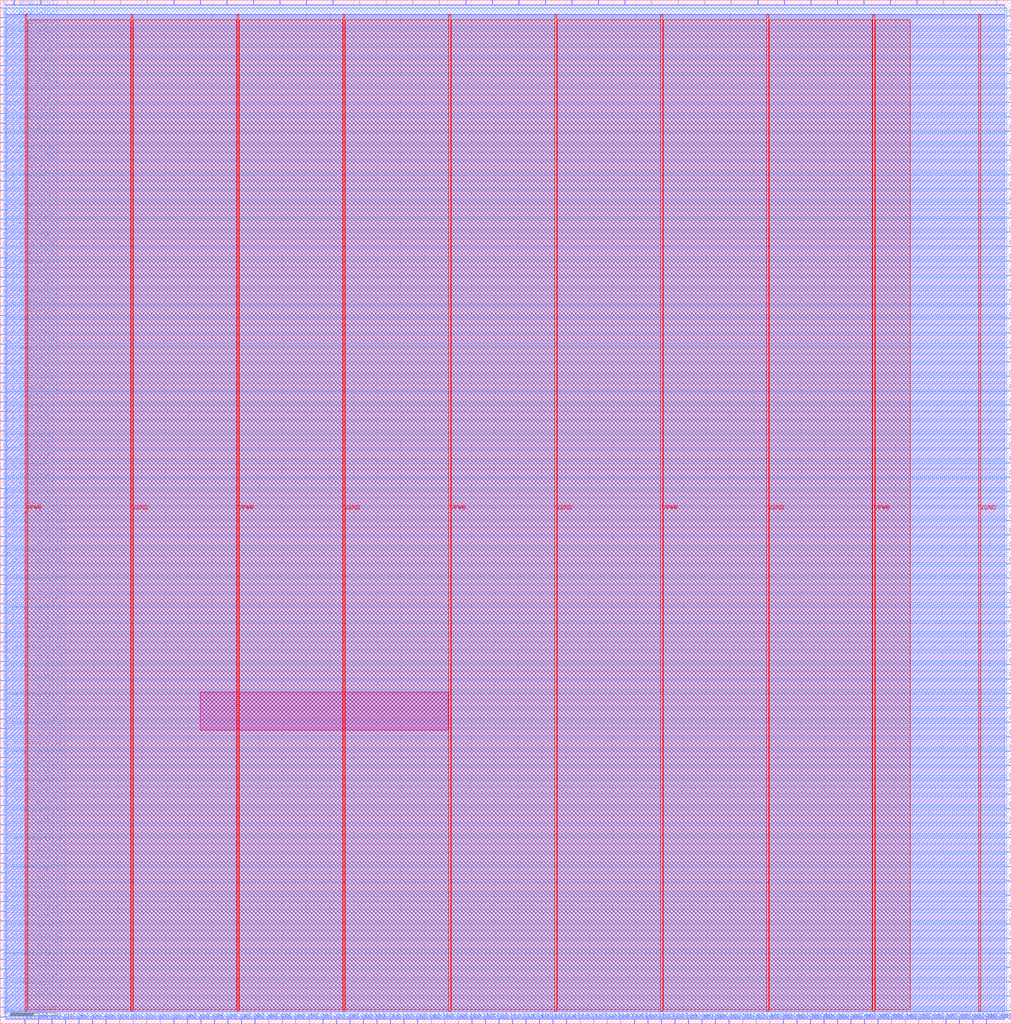
<source format=lef>
VERSION 5.7 ;
  NOWIREEXTENSIONATPIN ON ;
  DIVIDERCHAR "/" ;
  BUSBITCHARS "[]" ;
MACRO peripheral_unit
  CLASS BLOCK ;
  FOREIGN peripheral_unit ;
  ORIGIN 0.000 0.000 ;
  SIZE 858.455 BY 869.175 ;
  PIN VGND
    USE GROUND ;
    PORT
      LAYER met4 ;
        RECT 831.040 10.640 832.640 857.040 ;
    END
    PORT
      LAYER met4 ;
        RECT 651.040 10.640 652.640 857.040 ;
    END
    PORT
      LAYER met4 ;
        RECT 471.040 10.640 472.640 857.040 ;
    END
    PORT
      LAYER met4 ;
        RECT 291.040 10.640 292.640 857.040 ;
    END
    PORT
      LAYER met4 ;
        RECT 111.040 10.640 112.640 857.040 ;
    END
  END VGND
  PIN VPWR
    USE POWER ;
    PORT
      LAYER met4 ;
        RECT 741.040 10.640 742.640 857.040 ;
    END
    PORT
      LAYER met4 ;
        RECT 561.040 10.640 562.640 857.040 ;
    END
    PORT
      LAYER met4 ;
        RECT 381.040 10.640 382.640 857.040 ;
    END
    PORT
      LAYER met4 ;
        RECT 201.040 10.640 202.640 857.040 ;
    END
    PORT
      LAYER met4 ;
        RECT 21.040 10.640 22.640 857.040 ;
    END
  END VPWR
  PIN clk
    PORT
      LAYER met2 ;
        RECT 12.050 865.175 12.330 869.175 ;
    END
  END clk
  PIN io_in[0]
    PORT
      LAYER met2 ;
        RECT 20.790 0.000 21.070 4.000 ;
    END
  END io_in[0]
  PIN io_in[10]
    PORT
      LAYER met2 ;
        RECT 135.790 0.000 136.070 4.000 ;
    END
  END io_in[10]
  PIN io_in[11]
    PORT
      LAYER met2 ;
        RECT 147.290 0.000 147.570 4.000 ;
    END
  END io_in[11]
  PIN io_in[12]
    PORT
      LAYER met2 ;
        RECT 158.790 0.000 159.070 4.000 ;
    END
  END io_in[12]
  PIN io_in[13]
    PORT
      LAYER met2 ;
        RECT 170.290 0.000 170.570 4.000 ;
    END
  END io_in[13]
  PIN io_in[14]
    PORT
      LAYER met2 ;
        RECT 181.790 0.000 182.070 4.000 ;
    END
  END io_in[14]
  PIN io_in[15]
    PORT
      LAYER met2 ;
        RECT 193.290 0.000 193.570 4.000 ;
    END
  END io_in[15]
  PIN io_in[16]
    PORT
      LAYER met2 ;
        RECT 204.790 0.000 205.070 4.000 ;
    END
  END io_in[16]
  PIN io_in[17]
    PORT
      LAYER met2 ;
        RECT 216.290 0.000 216.570 4.000 ;
    END
  END io_in[17]
  PIN io_in[18]
    PORT
      LAYER met2 ;
        RECT 227.790 0.000 228.070 4.000 ;
    END
  END io_in[18]
  PIN io_in[19]
    PORT
      LAYER met2 ;
        RECT 239.290 0.000 239.570 4.000 ;
    END
  END io_in[19]
  PIN io_in[1]
    PORT
      LAYER met2 ;
        RECT 32.290 0.000 32.570 4.000 ;
    END
  END io_in[1]
  PIN io_in[20]
    PORT
      LAYER met2 ;
        RECT 250.790 0.000 251.070 4.000 ;
    END
  END io_in[20]
  PIN io_in[21]
    PORT
      LAYER met2 ;
        RECT 262.290 0.000 262.570 4.000 ;
    END
  END io_in[21]
  PIN io_in[22]
    PORT
      LAYER met2 ;
        RECT 273.790 0.000 274.070 4.000 ;
    END
  END io_in[22]
  PIN io_in[23]
    PORT
      LAYER met2 ;
        RECT 285.290 0.000 285.570 4.000 ;
    END
  END io_in[23]
  PIN io_in[2]
    PORT
      LAYER met2 ;
        RECT 43.790 0.000 44.070 4.000 ;
    END
  END io_in[2]
  PIN io_in[3]
    PORT
      LAYER met2 ;
        RECT 55.290 0.000 55.570 4.000 ;
    END
  END io_in[3]
  PIN io_in[4]
    PORT
      LAYER met2 ;
        RECT 66.790 0.000 67.070 4.000 ;
    END
  END io_in[4]
  PIN io_in[5]
    PORT
      LAYER met2 ;
        RECT 78.290 0.000 78.570 4.000 ;
    END
  END io_in[5]
  PIN io_in[6]
    PORT
      LAYER met2 ;
        RECT 89.790 0.000 90.070 4.000 ;
    END
  END io_in[6]
  PIN io_in[7]
    PORT
      LAYER met2 ;
        RECT 101.290 0.000 101.570 4.000 ;
    END
  END io_in[7]
  PIN io_in[8]
    PORT
      LAYER met2 ;
        RECT 112.790 0.000 113.070 4.000 ;
    END
  END io_in[8]
  PIN io_in[9]
    PORT
      LAYER met2 ;
        RECT 124.290 0.000 124.570 4.000 ;
    END
  END io_in[9]
  PIN io_oeb_no[0]
    PORT
      LAYER met2 ;
        RECT 572.790 0.000 573.070 4.000 ;
    END
  END io_oeb_no[0]
  PIN io_oeb_no[10]
    PORT
      LAYER met2 ;
        RECT 687.790 0.000 688.070 4.000 ;
    END
  END io_oeb_no[10]
  PIN io_oeb_no[11]
    PORT
      LAYER met2 ;
        RECT 699.290 0.000 699.570 4.000 ;
    END
  END io_oeb_no[11]
  PIN io_oeb_no[12]
    PORT
      LAYER met2 ;
        RECT 710.790 0.000 711.070 4.000 ;
    END
  END io_oeb_no[12]
  PIN io_oeb_no[13]
    PORT
      LAYER met2 ;
        RECT 722.290 0.000 722.570 4.000 ;
    END
  END io_oeb_no[13]
  PIN io_oeb_no[14]
    PORT
      LAYER met2 ;
        RECT 733.790 0.000 734.070 4.000 ;
    END
  END io_oeb_no[14]
  PIN io_oeb_no[15]
    PORT
      LAYER met2 ;
        RECT 745.290 0.000 745.570 4.000 ;
    END
  END io_oeb_no[15]
  PIN io_oeb_no[16]
    PORT
      LAYER met2 ;
        RECT 756.790 0.000 757.070 4.000 ;
    END
  END io_oeb_no[16]
  PIN io_oeb_no[17]
    PORT
      LAYER met2 ;
        RECT 768.290 0.000 768.570 4.000 ;
    END
  END io_oeb_no[17]
  PIN io_oeb_no[18]
    PORT
      LAYER met2 ;
        RECT 779.790 0.000 780.070 4.000 ;
    END
  END io_oeb_no[18]
  PIN io_oeb_no[19]
    PORT
      LAYER met2 ;
        RECT 791.290 0.000 791.570 4.000 ;
    END
  END io_oeb_no[19]
  PIN io_oeb_no[1]
    PORT
      LAYER met2 ;
        RECT 584.290 0.000 584.570 4.000 ;
    END
  END io_oeb_no[1]
  PIN io_oeb_no[20]
    PORT
      LAYER met2 ;
        RECT 802.790 0.000 803.070 4.000 ;
    END
  END io_oeb_no[20]
  PIN io_oeb_no[21]
    PORT
      LAYER met2 ;
        RECT 814.290 0.000 814.570 4.000 ;
    END
  END io_oeb_no[21]
  PIN io_oeb_no[22]
    PORT
      LAYER met2 ;
        RECT 825.790 0.000 826.070 4.000 ;
    END
  END io_oeb_no[22]
  PIN io_oeb_no[23]
    PORT
      LAYER met2 ;
        RECT 837.290 0.000 837.570 4.000 ;
    END
  END io_oeb_no[23]
  PIN io_oeb_no[2]
    PORT
      LAYER met2 ;
        RECT 595.790 0.000 596.070 4.000 ;
    END
  END io_oeb_no[2]
  PIN io_oeb_no[3]
    PORT
      LAYER met2 ;
        RECT 607.290 0.000 607.570 4.000 ;
    END
  END io_oeb_no[3]
  PIN io_oeb_no[4]
    PORT
      LAYER met2 ;
        RECT 618.790 0.000 619.070 4.000 ;
    END
  END io_oeb_no[4]
  PIN io_oeb_no[5]
    PORT
      LAYER met2 ;
        RECT 630.290 0.000 630.570 4.000 ;
    END
  END io_oeb_no[5]
  PIN io_oeb_no[6]
    PORT
      LAYER met2 ;
        RECT 641.790 0.000 642.070 4.000 ;
    END
  END io_oeb_no[6]
  PIN io_oeb_no[7]
    PORT
      LAYER met2 ;
        RECT 653.290 0.000 653.570 4.000 ;
    END
  END io_oeb_no[7]
  PIN io_oeb_no[8]
    PORT
      LAYER met2 ;
        RECT 664.790 0.000 665.070 4.000 ;
    END
  END io_oeb_no[8]
  PIN io_oeb_no[9]
    PORT
      LAYER met2 ;
        RECT 676.290 0.000 676.570 4.000 ;
    END
  END io_oeb_no[9]
  PIN io_out[0]
    PORT
      LAYER met2 ;
        RECT 296.790 0.000 297.070 4.000 ;
    END
  END io_out[0]
  PIN io_out[10]
    PORT
      LAYER met2 ;
        RECT 411.790 0.000 412.070 4.000 ;
    END
  END io_out[10]
  PIN io_out[11]
    PORT
      LAYER met2 ;
        RECT 423.290 0.000 423.570 4.000 ;
    END
  END io_out[11]
  PIN io_out[12]
    PORT
      LAYER met2 ;
        RECT 434.790 0.000 435.070 4.000 ;
    END
  END io_out[12]
  PIN io_out[13]
    PORT
      LAYER met2 ;
        RECT 446.290 0.000 446.570 4.000 ;
    END
  END io_out[13]
  PIN io_out[14]
    PORT
      LAYER met2 ;
        RECT 457.790 0.000 458.070 4.000 ;
    END
  END io_out[14]
  PIN io_out[15]
    PORT
      LAYER met2 ;
        RECT 469.290 0.000 469.570 4.000 ;
    END
  END io_out[15]
  PIN io_out[16]
    PORT
      LAYER met2 ;
        RECT 480.790 0.000 481.070 4.000 ;
    END
  END io_out[16]
  PIN io_out[17]
    PORT
      LAYER met2 ;
        RECT 492.290 0.000 492.570 4.000 ;
    END
  END io_out[17]
  PIN io_out[18]
    PORT
      LAYER met2 ;
        RECT 503.790 0.000 504.070 4.000 ;
    END
  END io_out[18]
  PIN io_out[19]
    PORT
      LAYER met2 ;
        RECT 515.290 0.000 515.570 4.000 ;
    END
  END io_out[19]
  PIN io_out[1]
    PORT
      LAYER met2 ;
        RECT 308.290 0.000 308.570 4.000 ;
    END
  END io_out[1]
  PIN io_out[20]
    PORT
      LAYER met2 ;
        RECT 526.790 0.000 527.070 4.000 ;
    END
  END io_out[20]
  PIN io_out[21]
    PORT
      LAYER met2 ;
        RECT 538.290 0.000 538.570 4.000 ;
    END
  END io_out[21]
  PIN io_out[22]
    PORT
      LAYER met2 ;
        RECT 549.790 0.000 550.070 4.000 ;
    END
  END io_out[22]
  PIN io_out[23]
    PORT
      LAYER met2 ;
        RECT 561.290 0.000 561.570 4.000 ;
    END
  END io_out[23]
  PIN io_out[2]
    PORT
      LAYER met2 ;
        RECT 319.790 0.000 320.070 4.000 ;
    END
  END io_out[2]
  PIN io_out[3]
    PORT
      LAYER met2 ;
        RECT 331.290 0.000 331.570 4.000 ;
    END
  END io_out[3]
  PIN io_out[4]
    PORT
      LAYER met2 ;
        RECT 342.790 0.000 343.070 4.000 ;
    END
  END io_out[4]
  PIN io_out[5]
    PORT
      LAYER met2 ;
        RECT 354.290 0.000 354.570 4.000 ;
    END
  END io_out[5]
  PIN io_out[6]
    PORT
      LAYER met2 ;
        RECT 365.790 0.000 366.070 4.000 ;
    END
  END io_out[6]
  PIN io_out[7]
    PORT
      LAYER met2 ;
        RECT 377.290 0.000 377.570 4.000 ;
    END
  END io_out[7]
  PIN io_out[8]
    PORT
      LAYER met2 ;
        RECT 388.790 0.000 389.070 4.000 ;
    END
  END io_out[8]
  PIN io_out[9]
    PORT
      LAYER met2 ;
        RECT 400.290 0.000 400.570 4.000 ;
    END
  END io_out[9]
  PIN me_i_en
    PORT
      LAYER met3 ;
        RECT 0.000 13.640 4.000 14.240 ;
    END
  END me_i_en
  PIN mem_access_err
    PORT
      LAYER met2 ;
        RECT 57.130 865.175 57.410 869.175 ;
    END
  END mem_access_err
  PIN mem_err_int
    PORT
      LAYER met3 ;
        RECT 0.000 5.480 4.000 6.080 ;
    END
  END mem_err_int
  PIN p_i_enable[0]
    PORT
      LAYER met3 ;
        RECT 0.000 446.120 4.000 446.720 ;
    END
  END p_i_enable[0]
  PIN p_i_enable[10]
    PORT
      LAYER met3 ;
        RECT 0.000 527.720 4.000 528.320 ;
    END
  END p_i_enable[10]
  PIN p_i_enable[11]
    PORT
      LAYER met3 ;
        RECT 0.000 535.880 4.000 536.480 ;
    END
  END p_i_enable[11]
  PIN p_i_enable[12]
    PORT
      LAYER met3 ;
        RECT 0.000 544.040 4.000 544.640 ;
    END
  END p_i_enable[12]
  PIN p_i_enable[13]
    PORT
      LAYER met3 ;
        RECT 0.000 552.200 4.000 552.800 ;
    END
  END p_i_enable[13]
  PIN p_i_enable[14]
    PORT
      LAYER met3 ;
        RECT 0.000 560.360 4.000 560.960 ;
    END
  END p_i_enable[14]
  PIN p_i_enable[15]
    PORT
      LAYER met3 ;
        RECT 0.000 568.520 4.000 569.120 ;
    END
  END p_i_enable[15]
  PIN p_i_enable[16]
    PORT
      LAYER met3 ;
        RECT 0.000 576.680 4.000 577.280 ;
    END
  END p_i_enable[16]
  PIN p_i_enable[17]
    PORT
      LAYER met3 ;
        RECT 0.000 584.840 4.000 585.440 ;
    END
  END p_i_enable[17]
  PIN p_i_enable[18]
    PORT
      LAYER met3 ;
        RECT 0.000 593.000 4.000 593.600 ;
    END
  END p_i_enable[18]
  PIN p_i_enable[19]
    PORT
      LAYER met3 ;
        RECT 0.000 601.160 4.000 601.760 ;
    END
  END p_i_enable[19]
  PIN p_i_enable[1]
    PORT
      LAYER met3 ;
        RECT 0.000 454.280 4.000 454.880 ;
    END
  END p_i_enable[1]
  PIN p_i_enable[20]
    PORT
      LAYER met3 ;
        RECT 0.000 609.320 4.000 609.920 ;
    END
  END p_i_enable[20]
  PIN p_i_enable[21]
    PORT
      LAYER met3 ;
        RECT 0.000 617.480 4.000 618.080 ;
    END
  END p_i_enable[21]
  PIN p_i_enable[22]
    PORT
      LAYER met3 ;
        RECT 0.000 625.640 4.000 626.240 ;
    END
  END p_i_enable[22]
  PIN p_i_enable[23]
    PORT
      LAYER met3 ;
        RECT 0.000 633.800 4.000 634.400 ;
    END
  END p_i_enable[23]
  PIN p_i_enable[24]
    PORT
      LAYER met3 ;
        RECT 0.000 641.960 4.000 642.560 ;
    END
  END p_i_enable[24]
  PIN p_i_enable[25]
    PORT
      LAYER met3 ;
        RECT 0.000 650.120 4.000 650.720 ;
    END
  END p_i_enable[25]
  PIN p_i_enable[26]
    PORT
      LAYER met3 ;
        RECT 0.000 658.280 4.000 658.880 ;
    END
  END p_i_enable[26]
  PIN p_i_enable[27]
    PORT
      LAYER met3 ;
        RECT 0.000 666.440 4.000 667.040 ;
    END
  END p_i_enable[27]
  PIN p_i_enable[28]
    PORT
      LAYER met3 ;
        RECT 0.000 674.600 4.000 675.200 ;
    END
  END p_i_enable[28]
  PIN p_i_enable[29]
    PORT
      LAYER met3 ;
        RECT 0.000 682.760 4.000 683.360 ;
    END
  END p_i_enable[29]
  PIN p_i_enable[2]
    PORT
      LAYER met3 ;
        RECT 0.000 462.440 4.000 463.040 ;
    END
  END p_i_enable[2]
  PIN p_i_enable[30]
    PORT
      LAYER met3 ;
        RECT 0.000 690.920 4.000 691.520 ;
    END
  END p_i_enable[30]
  PIN p_i_enable[31]
    PORT
      LAYER met3 ;
        RECT 0.000 699.080 4.000 699.680 ;
    END
  END p_i_enable[31]
  PIN p_i_enable[32]
    PORT
      LAYER met3 ;
        RECT 0.000 707.240 4.000 707.840 ;
    END
  END p_i_enable[32]
  PIN p_i_enable[33]
    PORT
      LAYER met3 ;
        RECT 0.000 715.400 4.000 716.000 ;
    END
  END p_i_enable[33]
  PIN p_i_enable[34]
    PORT
      LAYER met3 ;
        RECT 0.000 723.560 4.000 724.160 ;
    END
  END p_i_enable[34]
  PIN p_i_enable[35]
    PORT
      LAYER met3 ;
        RECT 0.000 731.720 4.000 732.320 ;
    END
  END p_i_enable[35]
  PIN p_i_enable[36]
    PORT
      LAYER met3 ;
        RECT 0.000 739.880 4.000 740.480 ;
    END
  END p_i_enable[36]
  PIN p_i_enable[37]
    PORT
      LAYER met3 ;
        RECT 0.000 748.040 4.000 748.640 ;
    END
  END p_i_enable[37]
  PIN p_i_enable[38]
    PORT
      LAYER met3 ;
        RECT 0.000 756.200 4.000 756.800 ;
    END
  END p_i_enable[38]
  PIN p_i_enable[39]
    PORT
      LAYER met3 ;
        RECT 0.000 764.360 4.000 764.960 ;
    END
  END p_i_enable[39]
  PIN p_i_enable[3]
    PORT
      LAYER met3 ;
        RECT 0.000 470.600 4.000 471.200 ;
    END
  END p_i_enable[3]
  PIN p_i_enable[40]
    PORT
      LAYER met3 ;
        RECT 0.000 772.520 4.000 773.120 ;
    END
  END p_i_enable[40]
  PIN p_i_enable[41]
    PORT
      LAYER met3 ;
        RECT 0.000 780.680 4.000 781.280 ;
    END
  END p_i_enable[41]
  PIN p_i_enable[42]
    PORT
      LAYER met3 ;
        RECT 0.000 788.840 4.000 789.440 ;
    END
  END p_i_enable[42]
  PIN p_i_enable[43]
    PORT
      LAYER met3 ;
        RECT 0.000 797.000 4.000 797.600 ;
    END
  END p_i_enable[43]
  PIN p_i_enable[44]
    PORT
      LAYER met3 ;
        RECT 0.000 805.160 4.000 805.760 ;
    END
  END p_i_enable[44]
  PIN p_i_enable[45]
    PORT
      LAYER met3 ;
        RECT 0.000 813.320 4.000 813.920 ;
    END
  END p_i_enable[45]
  PIN p_i_enable[46]
    PORT
      LAYER met3 ;
        RECT 0.000 821.480 4.000 822.080 ;
    END
  END p_i_enable[46]
  PIN p_i_enable[47]
    PORT
      LAYER met3 ;
        RECT 0.000 829.640 4.000 830.240 ;
    END
  END p_i_enable[47]
  PIN p_i_enable[48]
    PORT
      LAYER met3 ;
        RECT 0.000 837.800 4.000 838.400 ;
    END
  END p_i_enable[48]
  PIN p_i_enable[49]
    PORT
      LAYER met3 ;
        RECT 0.000 845.960 4.000 846.560 ;
    END
  END p_i_enable[49]
  PIN p_i_enable[4]
    PORT
      LAYER met3 ;
        RECT 0.000 478.760 4.000 479.360 ;
    END
  END p_i_enable[4]
  PIN p_i_enable[50]
    PORT
      LAYER met3 ;
        RECT 0.000 854.120 4.000 854.720 ;
    END
  END p_i_enable[50]
  PIN p_i_enable[51]
    PORT
      LAYER met3 ;
        RECT 0.000 862.280 4.000 862.880 ;
    END
  END p_i_enable[51]
  PIN p_i_enable[5]
    PORT
      LAYER met3 ;
        RECT 0.000 486.920 4.000 487.520 ;
    END
  END p_i_enable[5]
  PIN p_i_enable[6]
    PORT
      LAYER met3 ;
        RECT 0.000 495.080 4.000 495.680 ;
    END
  END p_i_enable[6]
  PIN p_i_enable[7]
    PORT
      LAYER met3 ;
        RECT 0.000 503.240 4.000 503.840 ;
    END
  END p_i_enable[7]
  PIN p_i_enable[8]
    PORT
      LAYER met3 ;
        RECT 0.000 511.400 4.000 512.000 ;
    END
  END p_i_enable[8]
  PIN p_i_enable[9]
    PORT
      LAYER met3 ;
        RECT 0.000 519.560 4.000 520.160 ;
    END
  END p_i_enable[9]
  PIN p_interrupts[0]
    PORT
      LAYER met3 ;
        RECT 0.000 21.800 4.000 22.400 ;
    END
  END p_interrupts[0]
  PIN p_interrupts[10]
    PORT
      LAYER met3 ;
        RECT 0.000 103.400 4.000 104.000 ;
    END
  END p_interrupts[10]
  PIN p_interrupts[11]
    PORT
      LAYER met3 ;
        RECT 0.000 111.560 4.000 112.160 ;
    END
  END p_interrupts[11]
  PIN p_interrupts[12]
    PORT
      LAYER met3 ;
        RECT 0.000 119.720 4.000 120.320 ;
    END
  END p_interrupts[12]
  PIN p_interrupts[13]
    PORT
      LAYER met3 ;
        RECT 0.000 127.880 4.000 128.480 ;
    END
  END p_interrupts[13]
  PIN p_interrupts[14]
    PORT
      LAYER met3 ;
        RECT 0.000 136.040 4.000 136.640 ;
    END
  END p_interrupts[14]
  PIN p_interrupts[15]
    PORT
      LAYER met3 ;
        RECT 0.000 144.200 4.000 144.800 ;
    END
  END p_interrupts[15]
  PIN p_interrupts[16]
    PORT
      LAYER met3 ;
        RECT 0.000 152.360 4.000 152.960 ;
    END
  END p_interrupts[16]
  PIN p_interrupts[17]
    PORT
      LAYER met3 ;
        RECT 0.000 160.520 4.000 161.120 ;
    END
  END p_interrupts[17]
  PIN p_interrupts[18]
    PORT
      LAYER met3 ;
        RECT 0.000 168.680 4.000 169.280 ;
    END
  END p_interrupts[18]
  PIN p_interrupts[19]
    PORT
      LAYER met3 ;
        RECT 0.000 176.840 4.000 177.440 ;
    END
  END p_interrupts[19]
  PIN p_interrupts[1]
    PORT
      LAYER met3 ;
        RECT 0.000 29.960 4.000 30.560 ;
    END
  END p_interrupts[1]
  PIN p_interrupts[20]
    PORT
      LAYER met3 ;
        RECT 0.000 185.000 4.000 185.600 ;
    END
  END p_interrupts[20]
  PIN p_interrupts[21]
    PORT
      LAYER met3 ;
        RECT 0.000 193.160 4.000 193.760 ;
    END
  END p_interrupts[21]
  PIN p_interrupts[22]
    PORT
      LAYER met3 ;
        RECT 0.000 201.320 4.000 201.920 ;
    END
  END p_interrupts[22]
  PIN p_interrupts[23]
    PORT
      LAYER met3 ;
        RECT 0.000 209.480 4.000 210.080 ;
    END
  END p_interrupts[23]
  PIN p_interrupts[24]
    PORT
      LAYER met3 ;
        RECT 0.000 217.640 4.000 218.240 ;
    END
  END p_interrupts[24]
  PIN p_interrupts[25]
    PORT
      LAYER met3 ;
        RECT 0.000 225.800 4.000 226.400 ;
    END
  END p_interrupts[25]
  PIN p_interrupts[26]
    PORT
      LAYER met3 ;
        RECT 0.000 233.960 4.000 234.560 ;
    END
  END p_interrupts[26]
  PIN p_interrupts[27]
    PORT
      LAYER met3 ;
        RECT 0.000 242.120 4.000 242.720 ;
    END
  END p_interrupts[27]
  PIN p_interrupts[28]
    PORT
      LAYER met3 ;
        RECT 0.000 250.280 4.000 250.880 ;
    END
  END p_interrupts[28]
  PIN p_interrupts[29]
    PORT
      LAYER met3 ;
        RECT 0.000 258.440 4.000 259.040 ;
    END
  END p_interrupts[29]
  PIN p_interrupts[2]
    PORT
      LAYER met3 ;
        RECT 0.000 38.120 4.000 38.720 ;
    END
  END p_interrupts[2]
  PIN p_interrupts[30]
    PORT
      LAYER met3 ;
        RECT 0.000 266.600 4.000 267.200 ;
    END
  END p_interrupts[30]
  PIN p_interrupts[31]
    PORT
      LAYER met3 ;
        RECT 0.000 274.760 4.000 275.360 ;
    END
  END p_interrupts[31]
  PIN p_interrupts[32]
    PORT
      LAYER met3 ;
        RECT 0.000 282.920 4.000 283.520 ;
    END
  END p_interrupts[32]
  PIN p_interrupts[33]
    PORT
      LAYER met3 ;
        RECT 0.000 291.080 4.000 291.680 ;
    END
  END p_interrupts[33]
  PIN p_interrupts[34]
    PORT
      LAYER met3 ;
        RECT 0.000 299.240 4.000 299.840 ;
    END
  END p_interrupts[34]
  PIN p_interrupts[35]
    PORT
      LAYER met3 ;
        RECT 0.000 307.400 4.000 308.000 ;
    END
  END p_interrupts[35]
  PIN p_interrupts[36]
    PORT
      LAYER met3 ;
        RECT 0.000 315.560 4.000 316.160 ;
    END
  END p_interrupts[36]
  PIN p_interrupts[37]
    PORT
      LAYER met3 ;
        RECT 0.000 323.720 4.000 324.320 ;
    END
  END p_interrupts[37]
  PIN p_interrupts[38]
    PORT
      LAYER met3 ;
        RECT 0.000 331.880 4.000 332.480 ;
    END
  END p_interrupts[38]
  PIN p_interrupts[39]
    PORT
      LAYER met3 ;
        RECT 0.000 340.040 4.000 340.640 ;
    END
  END p_interrupts[39]
  PIN p_interrupts[3]
    PORT
      LAYER met3 ;
        RECT 0.000 46.280 4.000 46.880 ;
    END
  END p_interrupts[3]
  PIN p_interrupts[40]
    PORT
      LAYER met3 ;
        RECT 0.000 348.200 4.000 348.800 ;
    END
  END p_interrupts[40]
  PIN p_interrupts[41]
    PORT
      LAYER met3 ;
        RECT 0.000 356.360 4.000 356.960 ;
    END
  END p_interrupts[41]
  PIN p_interrupts[42]
    PORT
      LAYER met3 ;
        RECT 0.000 364.520 4.000 365.120 ;
    END
  END p_interrupts[42]
  PIN p_interrupts[43]
    PORT
      LAYER met3 ;
        RECT 0.000 372.680 4.000 373.280 ;
    END
  END p_interrupts[43]
  PIN p_interrupts[44]
    PORT
      LAYER met3 ;
        RECT 0.000 380.840 4.000 381.440 ;
    END
  END p_interrupts[44]
  PIN p_interrupts[45]
    PORT
      LAYER met3 ;
        RECT 0.000 389.000 4.000 389.600 ;
    END
  END p_interrupts[45]
  PIN p_interrupts[46]
    PORT
      LAYER met3 ;
        RECT 0.000 397.160 4.000 397.760 ;
    END
  END p_interrupts[46]
  PIN p_interrupts[47]
    PORT
      LAYER met3 ;
        RECT 0.000 405.320 4.000 405.920 ;
    END
  END p_interrupts[47]
  PIN p_interrupts[48]
    PORT
      LAYER met3 ;
        RECT 0.000 413.480 4.000 414.080 ;
    END
  END p_interrupts[48]
  PIN p_interrupts[49]
    PORT
      LAYER met3 ;
        RECT 0.000 421.640 4.000 422.240 ;
    END
  END p_interrupts[49]
  PIN p_interrupts[4]
    PORT
      LAYER met3 ;
        RECT 0.000 54.440 4.000 55.040 ;
    END
  END p_interrupts[4]
  PIN p_interrupts[50]
    PORT
      LAYER met3 ;
        RECT 0.000 429.800 4.000 430.400 ;
    END
  END p_interrupts[50]
  PIN p_interrupts[51]
    PORT
      LAYER met3 ;
        RECT 0.000 437.960 4.000 438.560 ;
    END
  END p_interrupts[51]
  PIN p_interrupts[5]
    PORT
      LAYER met3 ;
        RECT 0.000 62.600 4.000 63.200 ;
    END
  END p_interrupts[5]
  PIN p_interrupts[6]
    PORT
      LAYER met3 ;
        RECT 0.000 70.760 4.000 71.360 ;
    END
  END p_interrupts[6]
  PIN p_interrupts[7]
    PORT
      LAYER met3 ;
        RECT 0.000 78.920 4.000 79.520 ;
    END
  END p_interrupts[7]
  PIN p_interrupts[8]
    PORT
      LAYER met3 ;
        RECT 0.000 87.080 4.000 87.680 ;
    END
  END p_interrupts[8]
  PIN p_interrupts[9]
    PORT
      LAYER met3 ;
        RECT 0.000 95.240 4.000 95.840 ;
    END
  END p_interrupts[9]
  PIN peripheral_addr[0]
    PORT
      LAYER met3 ;
        RECT 854.455 35.400 858.455 36.000 ;
    END
  END peripheral_addr[0]
  PIN peripheral_addr[10]
    PORT
      LAYER met3 ;
        RECT 854.455 157.800 858.455 158.400 ;
    END
  END peripheral_addr[10]
  PIN peripheral_addr[11]
    PORT
      LAYER met3 ;
        RECT 854.455 170.040 858.455 170.640 ;
    END
  END peripheral_addr[11]
  PIN peripheral_addr[12]
    PORT
      LAYER met3 ;
        RECT 854.455 182.280 858.455 182.880 ;
    END
  END peripheral_addr[12]
  PIN peripheral_addr[13]
    PORT
      LAYER met3 ;
        RECT 854.455 194.520 858.455 195.120 ;
    END
  END peripheral_addr[13]
  PIN peripheral_addr[14]
    PORT
      LAYER met3 ;
        RECT 854.455 206.760 858.455 207.360 ;
    END
  END peripheral_addr[14]
  PIN peripheral_addr[15]
    PORT
      LAYER met3 ;
        RECT 854.455 219.000 858.455 219.600 ;
    END
  END peripheral_addr[15]
  PIN peripheral_addr[16]
    PORT
      LAYER met3 ;
        RECT 854.455 231.240 858.455 231.840 ;
    END
  END peripheral_addr[16]
  PIN peripheral_addr[17]
    PORT
      LAYER met3 ;
        RECT 854.455 243.480 858.455 244.080 ;
    END
  END peripheral_addr[17]
  PIN peripheral_addr[18]
    PORT
      LAYER met3 ;
        RECT 854.455 255.720 858.455 256.320 ;
    END
  END peripheral_addr[18]
  PIN peripheral_addr[19]
    PORT
      LAYER met3 ;
        RECT 854.455 267.960 858.455 268.560 ;
    END
  END peripheral_addr[19]
  PIN peripheral_addr[1]
    PORT
      LAYER met3 ;
        RECT 854.455 47.640 858.455 48.240 ;
    END
  END peripheral_addr[1]
  PIN peripheral_addr[20]
    PORT
      LAYER met3 ;
        RECT 854.455 280.200 858.455 280.800 ;
    END
  END peripheral_addr[20]
  PIN peripheral_addr[21]
    PORT
      LAYER met3 ;
        RECT 854.455 292.440 858.455 293.040 ;
    END
  END peripheral_addr[21]
  PIN peripheral_addr[22]
    PORT
      LAYER met3 ;
        RECT 854.455 304.680 858.455 305.280 ;
    END
  END peripheral_addr[22]
  PIN peripheral_addr[23]
    PORT
      LAYER met3 ;
        RECT 854.455 316.920 858.455 317.520 ;
    END
  END peripheral_addr[23]
  PIN peripheral_addr[24]
    PORT
      LAYER met3 ;
        RECT 854.455 329.160 858.455 329.760 ;
    END
  END peripheral_addr[24]
  PIN peripheral_addr[25]
    PORT
      LAYER met3 ;
        RECT 854.455 341.400 858.455 342.000 ;
    END
  END peripheral_addr[25]
  PIN peripheral_addr[26]
    PORT
      LAYER met3 ;
        RECT 854.455 353.640 858.455 354.240 ;
    END
  END peripheral_addr[26]
  PIN peripheral_addr[27]
    PORT
      LAYER met3 ;
        RECT 854.455 365.880 858.455 366.480 ;
    END
  END peripheral_addr[27]
  PIN peripheral_addr[28]
    PORT
      LAYER met3 ;
        RECT 854.455 378.120 858.455 378.720 ;
    END
  END peripheral_addr[28]
  PIN peripheral_addr[29]
    PORT
      LAYER met3 ;
        RECT 854.455 390.360 858.455 390.960 ;
    END
  END peripheral_addr[29]
  PIN peripheral_addr[2]
    PORT
      LAYER met3 ;
        RECT 854.455 59.880 858.455 60.480 ;
    END
  END peripheral_addr[2]
  PIN peripheral_addr[30]
    PORT
      LAYER met3 ;
        RECT 854.455 402.600 858.455 403.200 ;
    END
  END peripheral_addr[30]
  PIN peripheral_addr[31]
    PORT
      LAYER met3 ;
        RECT 854.455 414.840 858.455 415.440 ;
    END
  END peripheral_addr[31]
  PIN peripheral_addr[3]
    PORT
      LAYER met3 ;
        RECT 854.455 72.120 858.455 72.720 ;
    END
  END peripheral_addr[3]
  PIN peripheral_addr[4]
    PORT
      LAYER met3 ;
        RECT 854.455 84.360 858.455 84.960 ;
    END
  END peripheral_addr[4]
  PIN peripheral_addr[5]
    PORT
      LAYER met3 ;
        RECT 854.455 96.600 858.455 97.200 ;
    END
  END peripheral_addr[5]
  PIN peripheral_addr[6]
    PORT
      LAYER met3 ;
        RECT 854.455 108.840 858.455 109.440 ;
    END
  END peripheral_addr[6]
  PIN peripheral_addr[7]
    PORT
      LAYER met3 ;
        RECT 854.455 121.080 858.455 121.680 ;
    END
  END peripheral_addr[7]
  PIN peripheral_addr[8]
    PORT
      LAYER met3 ;
        RECT 854.455 133.320 858.455 133.920 ;
    END
  END peripheral_addr[8]
  PIN peripheral_addr[9]
    PORT
      LAYER met3 ;
        RECT 854.455 145.560 858.455 146.160 ;
    END
  END peripheral_addr[9]
  PIN peripheral_be[0]
    PORT
      LAYER met3 ;
        RECT 854.455 818.760 858.455 819.360 ;
    END
  END peripheral_be[0]
  PIN peripheral_be[1]
    PORT
      LAYER met3 ;
        RECT 854.455 831.000 858.455 831.600 ;
    END
  END peripheral_be[1]
  PIN peripheral_be[2]
    PORT
      LAYER met3 ;
        RECT 854.455 843.240 858.455 843.840 ;
    END
  END peripheral_be[2]
  PIN peripheral_be[3]
    PORT
      LAYER met3 ;
        RECT 854.455 855.480 858.455 856.080 ;
    END
  END peripheral_be[3]
  PIN peripheral_gnt
    PORT
      LAYER met2 ;
        RECT 79.670 865.175 79.950 869.175 ;
    END
  END peripheral_gnt
  PIN peripheral_rdata[0]
    PORT
      LAYER met2 ;
        RECT 124.750 865.175 125.030 869.175 ;
    END
  END peripheral_rdata[0]
  PIN peripheral_rdata[10]
    PORT
      LAYER met2 ;
        RECT 350.150 865.175 350.430 869.175 ;
    END
  END peripheral_rdata[10]
  PIN peripheral_rdata[11]
    PORT
      LAYER met2 ;
        RECT 372.690 865.175 372.970 869.175 ;
    END
  END peripheral_rdata[11]
  PIN peripheral_rdata[12]
    PORT
      LAYER met2 ;
        RECT 395.230 865.175 395.510 869.175 ;
    END
  END peripheral_rdata[12]
  PIN peripheral_rdata[13]
    PORT
      LAYER met2 ;
        RECT 417.770 865.175 418.050 869.175 ;
    END
  END peripheral_rdata[13]
  PIN peripheral_rdata[14]
    PORT
      LAYER met2 ;
        RECT 440.310 865.175 440.590 869.175 ;
    END
  END peripheral_rdata[14]
  PIN peripheral_rdata[15]
    PORT
      LAYER met2 ;
        RECT 462.850 865.175 463.130 869.175 ;
    END
  END peripheral_rdata[15]
  PIN peripheral_rdata[16]
    PORT
      LAYER met2 ;
        RECT 485.390 865.175 485.670 869.175 ;
    END
  END peripheral_rdata[16]
  PIN peripheral_rdata[17]
    PORT
      LAYER met2 ;
        RECT 507.930 865.175 508.210 869.175 ;
    END
  END peripheral_rdata[17]
  PIN peripheral_rdata[18]
    PORT
      LAYER met2 ;
        RECT 530.470 865.175 530.750 869.175 ;
    END
  END peripheral_rdata[18]
  PIN peripheral_rdata[19]
    PORT
      LAYER met2 ;
        RECT 553.010 865.175 553.290 869.175 ;
    END
  END peripheral_rdata[19]
  PIN peripheral_rdata[1]
    PORT
      LAYER met2 ;
        RECT 147.290 865.175 147.570 869.175 ;
    END
  END peripheral_rdata[1]
  PIN peripheral_rdata[20]
    PORT
      LAYER met2 ;
        RECT 575.550 865.175 575.830 869.175 ;
    END
  END peripheral_rdata[20]
  PIN peripheral_rdata[21]
    PORT
      LAYER met2 ;
        RECT 598.090 865.175 598.370 869.175 ;
    END
  END peripheral_rdata[21]
  PIN peripheral_rdata[22]
    PORT
      LAYER met2 ;
        RECT 620.630 865.175 620.910 869.175 ;
    END
  END peripheral_rdata[22]
  PIN peripheral_rdata[23]
    PORT
      LAYER met2 ;
        RECT 643.170 865.175 643.450 869.175 ;
    END
  END peripheral_rdata[23]
  PIN peripheral_rdata[24]
    PORT
      LAYER met2 ;
        RECT 665.710 865.175 665.990 869.175 ;
    END
  END peripheral_rdata[24]
  PIN peripheral_rdata[25]
    PORT
      LAYER met2 ;
        RECT 688.250 865.175 688.530 869.175 ;
    END
  END peripheral_rdata[25]
  PIN peripheral_rdata[26]
    PORT
      LAYER met2 ;
        RECT 710.790 865.175 711.070 869.175 ;
    END
  END peripheral_rdata[26]
  PIN peripheral_rdata[27]
    PORT
      LAYER met2 ;
        RECT 733.330 865.175 733.610 869.175 ;
    END
  END peripheral_rdata[27]
  PIN peripheral_rdata[28]
    PORT
      LAYER met2 ;
        RECT 755.870 865.175 756.150 869.175 ;
    END
  END peripheral_rdata[28]
  PIN peripheral_rdata[29]
    PORT
      LAYER met2 ;
        RECT 778.410 865.175 778.690 869.175 ;
    END
  END peripheral_rdata[29]
  PIN peripheral_rdata[2]
    PORT
      LAYER met2 ;
        RECT 169.830 865.175 170.110 869.175 ;
    END
  END peripheral_rdata[2]
  PIN peripheral_rdata[30]
    PORT
      LAYER met2 ;
        RECT 800.950 865.175 801.230 869.175 ;
    END
  END peripheral_rdata[30]
  PIN peripheral_rdata[31]
    PORT
      LAYER met2 ;
        RECT 823.490 865.175 823.770 869.175 ;
    END
  END peripheral_rdata[31]
  PIN peripheral_rdata[3]
    PORT
      LAYER met2 ;
        RECT 192.370 865.175 192.650 869.175 ;
    END
  END peripheral_rdata[3]
  PIN peripheral_rdata[4]
    PORT
      LAYER met2 ;
        RECT 214.910 865.175 215.190 869.175 ;
    END
  END peripheral_rdata[4]
  PIN peripheral_rdata[5]
    PORT
      LAYER met2 ;
        RECT 237.450 865.175 237.730 869.175 ;
    END
  END peripheral_rdata[5]
  PIN peripheral_rdata[6]
    PORT
      LAYER met2 ;
        RECT 259.990 865.175 260.270 869.175 ;
    END
  END peripheral_rdata[6]
  PIN peripheral_rdata[7]
    PORT
      LAYER met2 ;
        RECT 282.530 865.175 282.810 869.175 ;
    END
  END peripheral_rdata[7]
  PIN peripheral_rdata[8]
    PORT
      LAYER met2 ;
        RECT 305.070 865.175 305.350 869.175 ;
    END
  END peripheral_rdata[8]
  PIN peripheral_rdata[9]
    PORT
      LAYER met2 ;
        RECT 327.610 865.175 327.890 869.175 ;
    END
  END peripheral_rdata[9]
  PIN peripheral_req
    PORT
      LAYER met3 ;
        RECT 854.455 10.920 858.455 11.520 ;
    END
  END peripheral_req
  PIN peripheral_rvalid
    PORT
      LAYER met2 ;
        RECT 102.210 865.175 102.490 869.175 ;
    END
  END peripheral_rvalid
  PIN peripheral_wdata[0]
    PORT
      LAYER met3 ;
        RECT 854.455 427.080 858.455 427.680 ;
    END
  END peripheral_wdata[0]
  PIN peripheral_wdata[10]
    PORT
      LAYER met3 ;
        RECT 854.455 549.480 858.455 550.080 ;
    END
  END peripheral_wdata[10]
  PIN peripheral_wdata[11]
    PORT
      LAYER met3 ;
        RECT 854.455 561.720 858.455 562.320 ;
    END
  END peripheral_wdata[11]
  PIN peripheral_wdata[12]
    PORT
      LAYER met3 ;
        RECT 854.455 573.960 858.455 574.560 ;
    END
  END peripheral_wdata[12]
  PIN peripheral_wdata[13]
    PORT
      LAYER met3 ;
        RECT 854.455 586.200 858.455 586.800 ;
    END
  END peripheral_wdata[13]
  PIN peripheral_wdata[14]
    PORT
      LAYER met3 ;
        RECT 854.455 598.440 858.455 599.040 ;
    END
  END peripheral_wdata[14]
  PIN peripheral_wdata[15]
    PORT
      LAYER met3 ;
        RECT 854.455 610.680 858.455 611.280 ;
    END
  END peripheral_wdata[15]
  PIN peripheral_wdata[16]
    PORT
      LAYER met3 ;
        RECT 854.455 622.920 858.455 623.520 ;
    END
  END peripheral_wdata[16]
  PIN peripheral_wdata[17]
    PORT
      LAYER met3 ;
        RECT 854.455 635.160 858.455 635.760 ;
    END
  END peripheral_wdata[17]
  PIN peripheral_wdata[18]
    PORT
      LAYER met3 ;
        RECT 854.455 647.400 858.455 648.000 ;
    END
  END peripheral_wdata[18]
  PIN peripheral_wdata[19]
    PORT
      LAYER met3 ;
        RECT 854.455 659.640 858.455 660.240 ;
    END
  END peripheral_wdata[19]
  PIN peripheral_wdata[1]
    PORT
      LAYER met3 ;
        RECT 854.455 439.320 858.455 439.920 ;
    END
  END peripheral_wdata[1]
  PIN peripheral_wdata[20]
    PORT
      LAYER met3 ;
        RECT 854.455 671.880 858.455 672.480 ;
    END
  END peripheral_wdata[20]
  PIN peripheral_wdata[21]
    PORT
      LAYER met3 ;
        RECT 854.455 684.120 858.455 684.720 ;
    END
  END peripheral_wdata[21]
  PIN peripheral_wdata[22]
    PORT
      LAYER met3 ;
        RECT 854.455 696.360 858.455 696.960 ;
    END
  END peripheral_wdata[22]
  PIN peripheral_wdata[23]
    PORT
      LAYER met3 ;
        RECT 854.455 708.600 858.455 709.200 ;
    END
  END peripheral_wdata[23]
  PIN peripheral_wdata[24]
    PORT
      LAYER met3 ;
        RECT 854.455 720.840 858.455 721.440 ;
    END
  END peripheral_wdata[24]
  PIN peripheral_wdata[25]
    PORT
      LAYER met3 ;
        RECT 854.455 733.080 858.455 733.680 ;
    END
  END peripheral_wdata[25]
  PIN peripheral_wdata[26]
    PORT
      LAYER met3 ;
        RECT 854.455 745.320 858.455 745.920 ;
    END
  END peripheral_wdata[26]
  PIN peripheral_wdata[27]
    PORT
      LAYER met3 ;
        RECT 854.455 757.560 858.455 758.160 ;
    END
  END peripheral_wdata[27]
  PIN peripheral_wdata[28]
    PORT
      LAYER met3 ;
        RECT 854.455 769.800 858.455 770.400 ;
    END
  END peripheral_wdata[28]
  PIN peripheral_wdata[29]
    PORT
      LAYER met3 ;
        RECT 854.455 782.040 858.455 782.640 ;
    END
  END peripheral_wdata[29]
  PIN peripheral_wdata[2]
    PORT
      LAYER met3 ;
        RECT 854.455 451.560 858.455 452.160 ;
    END
  END peripheral_wdata[2]
  PIN peripheral_wdata[30]
    PORT
      LAYER met3 ;
        RECT 854.455 794.280 858.455 794.880 ;
    END
  END peripheral_wdata[30]
  PIN peripheral_wdata[31]
    PORT
      LAYER met3 ;
        RECT 854.455 806.520 858.455 807.120 ;
    END
  END peripheral_wdata[31]
  PIN peripheral_wdata[3]
    PORT
      LAYER met3 ;
        RECT 854.455 463.800 858.455 464.400 ;
    END
  END peripheral_wdata[3]
  PIN peripheral_wdata[4]
    PORT
      LAYER met3 ;
        RECT 854.455 476.040 858.455 476.640 ;
    END
  END peripheral_wdata[4]
  PIN peripheral_wdata[5]
    PORT
      LAYER met3 ;
        RECT 854.455 488.280 858.455 488.880 ;
    END
  END peripheral_wdata[5]
  PIN peripheral_wdata[6]
    PORT
      LAYER met3 ;
        RECT 854.455 500.520 858.455 501.120 ;
    END
  END peripheral_wdata[6]
  PIN peripheral_wdata[7]
    PORT
      LAYER met3 ;
        RECT 854.455 512.760 858.455 513.360 ;
    END
  END peripheral_wdata[7]
  PIN peripheral_wdata[8]
    PORT
      LAYER met3 ;
        RECT 854.455 525.000 858.455 525.600 ;
    END
  END peripheral_wdata[8]
  PIN peripheral_wdata[9]
    PORT
      LAYER met3 ;
        RECT 854.455 537.240 858.455 537.840 ;
    END
  END peripheral_wdata[9]
  PIN peripheral_we
    PORT
      LAYER met3 ;
        RECT 854.455 23.160 858.455 23.760 ;
    END
  END peripheral_we
  PIN reset_n
    PORT
      LAYER met2 ;
        RECT 34.590 865.175 34.870 869.175 ;
    END
  END reset_n
  PIN timer_intr
    PORT
      LAYER met2 ;
        RECT 846.030 865.175 846.310 869.175 ;
    END
  END timer_intr
  OBS
      LAYER li1 ;
        RECT 5.520 10.795 852.840 856.885 ;
      LAYER met1 ;
        RECT 4.670 10.240 852.840 857.040 ;
      LAYER met2 ;
        RECT 4.690 864.895 11.770 865.175 ;
        RECT 12.610 864.895 34.310 865.175 ;
        RECT 35.150 864.895 56.850 865.175 ;
        RECT 57.690 864.895 79.390 865.175 ;
        RECT 80.230 864.895 101.930 865.175 ;
        RECT 102.770 864.895 124.470 865.175 ;
        RECT 125.310 864.895 147.010 865.175 ;
        RECT 147.850 864.895 169.550 865.175 ;
        RECT 170.390 864.895 192.090 865.175 ;
        RECT 192.930 864.895 214.630 865.175 ;
        RECT 215.470 864.895 237.170 865.175 ;
        RECT 238.010 864.895 259.710 865.175 ;
        RECT 260.550 864.895 282.250 865.175 ;
        RECT 283.090 864.895 304.790 865.175 ;
        RECT 305.630 864.895 327.330 865.175 ;
        RECT 328.170 864.895 349.870 865.175 ;
        RECT 350.710 864.895 372.410 865.175 ;
        RECT 373.250 864.895 394.950 865.175 ;
        RECT 395.790 864.895 417.490 865.175 ;
        RECT 418.330 864.895 440.030 865.175 ;
        RECT 440.870 864.895 462.570 865.175 ;
        RECT 463.410 864.895 485.110 865.175 ;
        RECT 485.950 864.895 507.650 865.175 ;
        RECT 508.490 864.895 530.190 865.175 ;
        RECT 531.030 864.895 552.730 865.175 ;
        RECT 553.570 864.895 575.270 865.175 ;
        RECT 576.110 864.895 597.810 865.175 ;
        RECT 598.650 864.895 620.350 865.175 ;
        RECT 621.190 864.895 642.890 865.175 ;
        RECT 643.730 864.895 665.430 865.175 ;
        RECT 666.270 864.895 687.970 865.175 ;
        RECT 688.810 864.895 710.510 865.175 ;
        RECT 711.350 864.895 733.050 865.175 ;
        RECT 733.890 864.895 755.590 865.175 ;
        RECT 756.430 864.895 778.130 865.175 ;
        RECT 778.970 864.895 800.670 865.175 ;
        RECT 801.510 864.895 823.210 865.175 ;
        RECT 824.050 864.895 845.750 865.175 ;
        RECT 846.590 864.895 852.740 865.175 ;
        RECT 4.690 4.280 852.740 864.895 ;
        RECT 4.690 4.000 20.510 4.280 ;
        RECT 21.350 4.000 32.010 4.280 ;
        RECT 32.850 4.000 43.510 4.280 ;
        RECT 44.350 4.000 55.010 4.280 ;
        RECT 55.850 4.000 66.510 4.280 ;
        RECT 67.350 4.000 78.010 4.280 ;
        RECT 78.850 4.000 89.510 4.280 ;
        RECT 90.350 4.000 101.010 4.280 ;
        RECT 101.850 4.000 112.510 4.280 ;
        RECT 113.350 4.000 124.010 4.280 ;
        RECT 124.850 4.000 135.510 4.280 ;
        RECT 136.350 4.000 147.010 4.280 ;
        RECT 147.850 4.000 158.510 4.280 ;
        RECT 159.350 4.000 170.010 4.280 ;
        RECT 170.850 4.000 181.510 4.280 ;
        RECT 182.350 4.000 193.010 4.280 ;
        RECT 193.850 4.000 204.510 4.280 ;
        RECT 205.350 4.000 216.010 4.280 ;
        RECT 216.850 4.000 227.510 4.280 ;
        RECT 228.350 4.000 239.010 4.280 ;
        RECT 239.850 4.000 250.510 4.280 ;
        RECT 251.350 4.000 262.010 4.280 ;
        RECT 262.850 4.000 273.510 4.280 ;
        RECT 274.350 4.000 285.010 4.280 ;
        RECT 285.850 4.000 296.510 4.280 ;
        RECT 297.350 4.000 308.010 4.280 ;
        RECT 308.850 4.000 319.510 4.280 ;
        RECT 320.350 4.000 331.010 4.280 ;
        RECT 331.850 4.000 342.510 4.280 ;
        RECT 343.350 4.000 354.010 4.280 ;
        RECT 354.850 4.000 365.510 4.280 ;
        RECT 366.350 4.000 377.010 4.280 ;
        RECT 377.850 4.000 388.510 4.280 ;
        RECT 389.350 4.000 400.010 4.280 ;
        RECT 400.850 4.000 411.510 4.280 ;
        RECT 412.350 4.000 423.010 4.280 ;
        RECT 423.850 4.000 434.510 4.280 ;
        RECT 435.350 4.000 446.010 4.280 ;
        RECT 446.850 4.000 457.510 4.280 ;
        RECT 458.350 4.000 469.010 4.280 ;
        RECT 469.850 4.000 480.510 4.280 ;
        RECT 481.350 4.000 492.010 4.280 ;
        RECT 492.850 4.000 503.510 4.280 ;
        RECT 504.350 4.000 515.010 4.280 ;
        RECT 515.850 4.000 526.510 4.280 ;
        RECT 527.350 4.000 538.010 4.280 ;
        RECT 538.850 4.000 549.510 4.280 ;
        RECT 550.350 4.000 561.010 4.280 ;
        RECT 561.850 4.000 572.510 4.280 ;
        RECT 573.350 4.000 584.010 4.280 ;
        RECT 584.850 4.000 595.510 4.280 ;
        RECT 596.350 4.000 607.010 4.280 ;
        RECT 607.850 4.000 618.510 4.280 ;
        RECT 619.350 4.000 630.010 4.280 ;
        RECT 630.850 4.000 641.510 4.280 ;
        RECT 642.350 4.000 653.010 4.280 ;
        RECT 653.850 4.000 664.510 4.280 ;
        RECT 665.350 4.000 676.010 4.280 ;
        RECT 676.850 4.000 687.510 4.280 ;
        RECT 688.350 4.000 699.010 4.280 ;
        RECT 699.850 4.000 710.510 4.280 ;
        RECT 711.350 4.000 722.010 4.280 ;
        RECT 722.850 4.000 733.510 4.280 ;
        RECT 734.350 4.000 745.010 4.280 ;
        RECT 745.850 4.000 756.510 4.280 ;
        RECT 757.350 4.000 768.010 4.280 ;
        RECT 768.850 4.000 779.510 4.280 ;
        RECT 780.350 4.000 791.010 4.280 ;
        RECT 791.850 4.000 802.510 4.280 ;
        RECT 803.350 4.000 814.010 4.280 ;
        RECT 814.850 4.000 825.510 4.280 ;
        RECT 826.350 4.000 837.010 4.280 ;
        RECT 837.850 4.000 852.740 4.280 ;
      LAYER met3 ;
        RECT 4.400 861.880 854.455 862.745 ;
        RECT 4.000 856.480 854.455 861.880 ;
        RECT 4.000 855.120 854.055 856.480 ;
        RECT 4.400 855.080 854.055 855.120 ;
        RECT 4.400 853.720 854.455 855.080 ;
        RECT 4.000 846.960 854.455 853.720 ;
        RECT 4.400 845.560 854.455 846.960 ;
        RECT 4.000 844.240 854.455 845.560 ;
        RECT 4.000 842.840 854.055 844.240 ;
        RECT 4.000 838.800 854.455 842.840 ;
        RECT 4.400 837.400 854.455 838.800 ;
        RECT 4.000 832.000 854.455 837.400 ;
        RECT 4.000 830.640 854.055 832.000 ;
        RECT 4.400 830.600 854.055 830.640 ;
        RECT 4.400 829.240 854.455 830.600 ;
        RECT 4.000 822.480 854.455 829.240 ;
        RECT 4.400 821.080 854.455 822.480 ;
        RECT 4.000 819.760 854.455 821.080 ;
        RECT 4.000 818.360 854.055 819.760 ;
        RECT 4.000 814.320 854.455 818.360 ;
        RECT 4.400 812.920 854.455 814.320 ;
        RECT 4.000 807.520 854.455 812.920 ;
        RECT 4.000 806.160 854.055 807.520 ;
        RECT 4.400 806.120 854.055 806.160 ;
        RECT 4.400 804.760 854.455 806.120 ;
        RECT 4.000 798.000 854.455 804.760 ;
        RECT 4.400 796.600 854.455 798.000 ;
        RECT 4.000 795.280 854.455 796.600 ;
        RECT 4.000 793.880 854.055 795.280 ;
        RECT 4.000 789.840 854.455 793.880 ;
        RECT 4.400 788.440 854.455 789.840 ;
        RECT 4.000 783.040 854.455 788.440 ;
        RECT 4.000 781.680 854.055 783.040 ;
        RECT 4.400 781.640 854.055 781.680 ;
        RECT 4.400 780.280 854.455 781.640 ;
        RECT 4.000 773.520 854.455 780.280 ;
        RECT 4.400 772.120 854.455 773.520 ;
        RECT 4.000 770.800 854.455 772.120 ;
        RECT 4.000 769.400 854.055 770.800 ;
        RECT 4.000 765.360 854.455 769.400 ;
        RECT 4.400 763.960 854.455 765.360 ;
        RECT 4.000 758.560 854.455 763.960 ;
        RECT 4.000 757.200 854.055 758.560 ;
        RECT 4.400 757.160 854.055 757.200 ;
        RECT 4.400 755.800 854.455 757.160 ;
        RECT 4.000 749.040 854.455 755.800 ;
        RECT 4.400 747.640 854.455 749.040 ;
        RECT 4.000 746.320 854.455 747.640 ;
        RECT 4.000 744.920 854.055 746.320 ;
        RECT 4.000 740.880 854.455 744.920 ;
        RECT 4.400 739.480 854.455 740.880 ;
        RECT 4.000 734.080 854.455 739.480 ;
        RECT 4.000 732.720 854.055 734.080 ;
        RECT 4.400 732.680 854.055 732.720 ;
        RECT 4.400 731.320 854.455 732.680 ;
        RECT 4.000 724.560 854.455 731.320 ;
        RECT 4.400 723.160 854.455 724.560 ;
        RECT 4.000 721.840 854.455 723.160 ;
        RECT 4.000 720.440 854.055 721.840 ;
        RECT 4.000 716.400 854.455 720.440 ;
        RECT 4.400 715.000 854.455 716.400 ;
        RECT 4.000 709.600 854.455 715.000 ;
        RECT 4.000 708.240 854.055 709.600 ;
        RECT 4.400 708.200 854.055 708.240 ;
        RECT 4.400 706.840 854.455 708.200 ;
        RECT 4.000 700.080 854.455 706.840 ;
        RECT 4.400 698.680 854.455 700.080 ;
        RECT 4.000 697.360 854.455 698.680 ;
        RECT 4.000 695.960 854.055 697.360 ;
        RECT 4.000 691.920 854.455 695.960 ;
        RECT 4.400 690.520 854.455 691.920 ;
        RECT 4.000 685.120 854.455 690.520 ;
        RECT 4.000 683.760 854.055 685.120 ;
        RECT 4.400 683.720 854.055 683.760 ;
        RECT 4.400 682.360 854.455 683.720 ;
        RECT 4.000 675.600 854.455 682.360 ;
        RECT 4.400 674.200 854.455 675.600 ;
        RECT 4.000 672.880 854.455 674.200 ;
        RECT 4.000 671.480 854.055 672.880 ;
        RECT 4.000 667.440 854.455 671.480 ;
        RECT 4.400 666.040 854.455 667.440 ;
        RECT 4.000 660.640 854.455 666.040 ;
        RECT 4.000 659.280 854.055 660.640 ;
        RECT 4.400 659.240 854.055 659.280 ;
        RECT 4.400 657.880 854.455 659.240 ;
        RECT 4.000 651.120 854.455 657.880 ;
        RECT 4.400 649.720 854.455 651.120 ;
        RECT 4.000 648.400 854.455 649.720 ;
        RECT 4.000 647.000 854.055 648.400 ;
        RECT 4.000 642.960 854.455 647.000 ;
        RECT 4.400 641.560 854.455 642.960 ;
        RECT 4.000 636.160 854.455 641.560 ;
        RECT 4.000 634.800 854.055 636.160 ;
        RECT 4.400 634.760 854.055 634.800 ;
        RECT 4.400 633.400 854.455 634.760 ;
        RECT 4.000 626.640 854.455 633.400 ;
        RECT 4.400 625.240 854.455 626.640 ;
        RECT 4.000 623.920 854.455 625.240 ;
        RECT 4.000 622.520 854.055 623.920 ;
        RECT 4.000 618.480 854.455 622.520 ;
        RECT 4.400 617.080 854.455 618.480 ;
        RECT 4.000 611.680 854.455 617.080 ;
        RECT 4.000 610.320 854.055 611.680 ;
        RECT 4.400 610.280 854.055 610.320 ;
        RECT 4.400 608.920 854.455 610.280 ;
        RECT 4.000 602.160 854.455 608.920 ;
        RECT 4.400 600.760 854.455 602.160 ;
        RECT 4.000 599.440 854.455 600.760 ;
        RECT 4.000 598.040 854.055 599.440 ;
        RECT 4.000 594.000 854.455 598.040 ;
        RECT 4.400 592.600 854.455 594.000 ;
        RECT 4.000 587.200 854.455 592.600 ;
        RECT 4.000 585.840 854.055 587.200 ;
        RECT 4.400 585.800 854.055 585.840 ;
        RECT 4.400 584.440 854.455 585.800 ;
        RECT 4.000 577.680 854.455 584.440 ;
        RECT 4.400 576.280 854.455 577.680 ;
        RECT 4.000 574.960 854.455 576.280 ;
        RECT 4.000 573.560 854.055 574.960 ;
        RECT 4.000 569.520 854.455 573.560 ;
        RECT 4.400 568.120 854.455 569.520 ;
        RECT 4.000 562.720 854.455 568.120 ;
        RECT 4.000 561.360 854.055 562.720 ;
        RECT 4.400 561.320 854.055 561.360 ;
        RECT 4.400 559.960 854.455 561.320 ;
        RECT 4.000 553.200 854.455 559.960 ;
        RECT 4.400 551.800 854.455 553.200 ;
        RECT 4.000 550.480 854.455 551.800 ;
        RECT 4.000 549.080 854.055 550.480 ;
        RECT 4.000 545.040 854.455 549.080 ;
        RECT 4.400 543.640 854.455 545.040 ;
        RECT 4.000 538.240 854.455 543.640 ;
        RECT 4.000 536.880 854.055 538.240 ;
        RECT 4.400 536.840 854.055 536.880 ;
        RECT 4.400 535.480 854.455 536.840 ;
        RECT 4.000 528.720 854.455 535.480 ;
        RECT 4.400 527.320 854.455 528.720 ;
        RECT 4.000 526.000 854.455 527.320 ;
        RECT 4.000 524.600 854.055 526.000 ;
        RECT 4.000 520.560 854.455 524.600 ;
        RECT 4.400 519.160 854.455 520.560 ;
        RECT 4.000 513.760 854.455 519.160 ;
        RECT 4.000 512.400 854.055 513.760 ;
        RECT 4.400 512.360 854.055 512.400 ;
        RECT 4.400 511.000 854.455 512.360 ;
        RECT 4.000 504.240 854.455 511.000 ;
        RECT 4.400 502.840 854.455 504.240 ;
        RECT 4.000 501.520 854.455 502.840 ;
        RECT 4.000 500.120 854.055 501.520 ;
        RECT 4.000 496.080 854.455 500.120 ;
        RECT 4.400 494.680 854.455 496.080 ;
        RECT 4.000 489.280 854.455 494.680 ;
        RECT 4.000 487.920 854.055 489.280 ;
        RECT 4.400 487.880 854.055 487.920 ;
        RECT 4.400 486.520 854.455 487.880 ;
        RECT 4.000 479.760 854.455 486.520 ;
        RECT 4.400 478.360 854.455 479.760 ;
        RECT 4.000 477.040 854.455 478.360 ;
        RECT 4.000 475.640 854.055 477.040 ;
        RECT 4.000 471.600 854.455 475.640 ;
        RECT 4.400 470.200 854.455 471.600 ;
        RECT 4.000 464.800 854.455 470.200 ;
        RECT 4.000 463.440 854.055 464.800 ;
        RECT 4.400 463.400 854.055 463.440 ;
        RECT 4.400 462.040 854.455 463.400 ;
        RECT 4.000 455.280 854.455 462.040 ;
        RECT 4.400 453.880 854.455 455.280 ;
        RECT 4.000 452.560 854.455 453.880 ;
        RECT 4.000 451.160 854.055 452.560 ;
        RECT 4.000 447.120 854.455 451.160 ;
        RECT 4.400 445.720 854.455 447.120 ;
        RECT 4.000 440.320 854.455 445.720 ;
        RECT 4.000 438.960 854.055 440.320 ;
        RECT 4.400 438.920 854.055 438.960 ;
        RECT 4.400 437.560 854.455 438.920 ;
        RECT 4.000 430.800 854.455 437.560 ;
        RECT 4.400 429.400 854.455 430.800 ;
        RECT 4.000 428.080 854.455 429.400 ;
        RECT 4.000 426.680 854.055 428.080 ;
        RECT 4.000 422.640 854.455 426.680 ;
        RECT 4.400 421.240 854.455 422.640 ;
        RECT 4.000 415.840 854.455 421.240 ;
        RECT 4.000 414.480 854.055 415.840 ;
        RECT 4.400 414.440 854.055 414.480 ;
        RECT 4.400 413.080 854.455 414.440 ;
        RECT 4.000 406.320 854.455 413.080 ;
        RECT 4.400 404.920 854.455 406.320 ;
        RECT 4.000 403.600 854.455 404.920 ;
        RECT 4.000 402.200 854.055 403.600 ;
        RECT 4.000 398.160 854.455 402.200 ;
        RECT 4.400 396.760 854.455 398.160 ;
        RECT 4.000 391.360 854.455 396.760 ;
        RECT 4.000 390.000 854.055 391.360 ;
        RECT 4.400 389.960 854.055 390.000 ;
        RECT 4.400 388.600 854.455 389.960 ;
        RECT 4.000 381.840 854.455 388.600 ;
        RECT 4.400 380.440 854.455 381.840 ;
        RECT 4.000 379.120 854.455 380.440 ;
        RECT 4.000 377.720 854.055 379.120 ;
        RECT 4.000 373.680 854.455 377.720 ;
        RECT 4.400 372.280 854.455 373.680 ;
        RECT 4.000 366.880 854.455 372.280 ;
        RECT 4.000 365.520 854.055 366.880 ;
        RECT 4.400 365.480 854.055 365.520 ;
        RECT 4.400 364.120 854.455 365.480 ;
        RECT 4.000 357.360 854.455 364.120 ;
        RECT 4.400 355.960 854.455 357.360 ;
        RECT 4.000 354.640 854.455 355.960 ;
        RECT 4.000 353.240 854.055 354.640 ;
        RECT 4.000 349.200 854.455 353.240 ;
        RECT 4.400 347.800 854.455 349.200 ;
        RECT 4.000 342.400 854.455 347.800 ;
        RECT 4.000 341.040 854.055 342.400 ;
        RECT 4.400 341.000 854.055 341.040 ;
        RECT 4.400 339.640 854.455 341.000 ;
        RECT 4.000 332.880 854.455 339.640 ;
        RECT 4.400 331.480 854.455 332.880 ;
        RECT 4.000 330.160 854.455 331.480 ;
        RECT 4.000 328.760 854.055 330.160 ;
        RECT 4.000 324.720 854.455 328.760 ;
        RECT 4.400 323.320 854.455 324.720 ;
        RECT 4.000 317.920 854.455 323.320 ;
        RECT 4.000 316.560 854.055 317.920 ;
        RECT 4.400 316.520 854.055 316.560 ;
        RECT 4.400 315.160 854.455 316.520 ;
        RECT 4.000 308.400 854.455 315.160 ;
        RECT 4.400 307.000 854.455 308.400 ;
        RECT 4.000 305.680 854.455 307.000 ;
        RECT 4.000 304.280 854.055 305.680 ;
        RECT 4.000 300.240 854.455 304.280 ;
        RECT 4.400 298.840 854.455 300.240 ;
        RECT 4.000 293.440 854.455 298.840 ;
        RECT 4.000 292.080 854.055 293.440 ;
        RECT 4.400 292.040 854.055 292.080 ;
        RECT 4.400 290.680 854.455 292.040 ;
        RECT 4.000 283.920 854.455 290.680 ;
        RECT 4.400 282.520 854.455 283.920 ;
        RECT 4.000 281.200 854.455 282.520 ;
        RECT 4.000 279.800 854.055 281.200 ;
        RECT 4.000 275.760 854.455 279.800 ;
        RECT 4.400 274.360 854.455 275.760 ;
        RECT 4.000 268.960 854.455 274.360 ;
        RECT 4.000 267.600 854.055 268.960 ;
        RECT 4.400 267.560 854.055 267.600 ;
        RECT 4.400 266.200 854.455 267.560 ;
        RECT 4.000 259.440 854.455 266.200 ;
        RECT 4.400 258.040 854.455 259.440 ;
        RECT 4.000 256.720 854.455 258.040 ;
        RECT 4.000 255.320 854.055 256.720 ;
        RECT 4.000 251.280 854.455 255.320 ;
        RECT 4.400 249.880 854.455 251.280 ;
        RECT 4.000 244.480 854.455 249.880 ;
        RECT 4.000 243.120 854.055 244.480 ;
        RECT 4.400 243.080 854.055 243.120 ;
        RECT 4.400 241.720 854.455 243.080 ;
        RECT 4.000 234.960 854.455 241.720 ;
        RECT 4.400 233.560 854.455 234.960 ;
        RECT 4.000 232.240 854.455 233.560 ;
        RECT 4.000 230.840 854.055 232.240 ;
        RECT 4.000 226.800 854.455 230.840 ;
        RECT 4.400 225.400 854.455 226.800 ;
        RECT 4.000 220.000 854.455 225.400 ;
        RECT 4.000 218.640 854.055 220.000 ;
        RECT 4.400 218.600 854.055 218.640 ;
        RECT 4.400 217.240 854.455 218.600 ;
        RECT 4.000 210.480 854.455 217.240 ;
        RECT 4.400 209.080 854.455 210.480 ;
        RECT 4.000 207.760 854.455 209.080 ;
        RECT 4.000 206.360 854.055 207.760 ;
        RECT 4.000 202.320 854.455 206.360 ;
        RECT 4.400 200.920 854.455 202.320 ;
        RECT 4.000 195.520 854.455 200.920 ;
        RECT 4.000 194.160 854.055 195.520 ;
        RECT 4.400 194.120 854.055 194.160 ;
        RECT 4.400 192.760 854.455 194.120 ;
        RECT 4.000 186.000 854.455 192.760 ;
        RECT 4.400 184.600 854.455 186.000 ;
        RECT 4.000 183.280 854.455 184.600 ;
        RECT 4.000 181.880 854.055 183.280 ;
        RECT 4.000 177.840 854.455 181.880 ;
        RECT 4.400 176.440 854.455 177.840 ;
        RECT 4.000 171.040 854.455 176.440 ;
        RECT 4.000 169.680 854.055 171.040 ;
        RECT 4.400 169.640 854.055 169.680 ;
        RECT 4.400 168.280 854.455 169.640 ;
        RECT 4.000 161.520 854.455 168.280 ;
        RECT 4.400 160.120 854.455 161.520 ;
        RECT 4.000 158.800 854.455 160.120 ;
        RECT 4.000 157.400 854.055 158.800 ;
        RECT 4.000 153.360 854.455 157.400 ;
        RECT 4.400 151.960 854.455 153.360 ;
        RECT 4.000 146.560 854.455 151.960 ;
        RECT 4.000 145.200 854.055 146.560 ;
        RECT 4.400 145.160 854.055 145.200 ;
        RECT 4.400 143.800 854.455 145.160 ;
        RECT 4.000 137.040 854.455 143.800 ;
        RECT 4.400 135.640 854.455 137.040 ;
        RECT 4.000 134.320 854.455 135.640 ;
        RECT 4.000 132.920 854.055 134.320 ;
        RECT 4.000 128.880 854.455 132.920 ;
        RECT 4.400 127.480 854.455 128.880 ;
        RECT 4.000 122.080 854.455 127.480 ;
        RECT 4.000 120.720 854.055 122.080 ;
        RECT 4.400 120.680 854.055 120.720 ;
        RECT 4.400 119.320 854.455 120.680 ;
        RECT 4.000 112.560 854.455 119.320 ;
        RECT 4.400 111.160 854.455 112.560 ;
        RECT 4.000 109.840 854.455 111.160 ;
        RECT 4.000 108.440 854.055 109.840 ;
        RECT 4.000 104.400 854.455 108.440 ;
        RECT 4.400 103.000 854.455 104.400 ;
        RECT 4.000 97.600 854.455 103.000 ;
        RECT 4.000 96.240 854.055 97.600 ;
        RECT 4.400 96.200 854.055 96.240 ;
        RECT 4.400 94.840 854.455 96.200 ;
        RECT 4.000 88.080 854.455 94.840 ;
        RECT 4.400 86.680 854.455 88.080 ;
        RECT 4.000 85.360 854.455 86.680 ;
        RECT 4.000 83.960 854.055 85.360 ;
        RECT 4.000 79.920 854.455 83.960 ;
        RECT 4.400 78.520 854.455 79.920 ;
        RECT 4.000 73.120 854.455 78.520 ;
        RECT 4.000 71.760 854.055 73.120 ;
        RECT 4.400 71.720 854.055 71.760 ;
        RECT 4.400 70.360 854.455 71.720 ;
        RECT 4.000 63.600 854.455 70.360 ;
        RECT 4.400 62.200 854.455 63.600 ;
        RECT 4.000 60.880 854.455 62.200 ;
        RECT 4.000 59.480 854.055 60.880 ;
        RECT 4.000 55.440 854.455 59.480 ;
        RECT 4.400 54.040 854.455 55.440 ;
        RECT 4.000 48.640 854.455 54.040 ;
        RECT 4.000 47.280 854.055 48.640 ;
        RECT 4.400 47.240 854.055 47.280 ;
        RECT 4.400 45.880 854.455 47.240 ;
        RECT 4.000 39.120 854.455 45.880 ;
        RECT 4.400 37.720 854.455 39.120 ;
        RECT 4.000 36.400 854.455 37.720 ;
        RECT 4.000 35.000 854.055 36.400 ;
        RECT 4.000 30.960 854.455 35.000 ;
        RECT 4.400 29.560 854.455 30.960 ;
        RECT 4.000 24.160 854.455 29.560 ;
        RECT 4.000 22.800 854.055 24.160 ;
        RECT 4.400 22.760 854.055 22.800 ;
        RECT 4.400 21.400 854.455 22.760 ;
        RECT 4.000 14.640 854.455 21.400 ;
        RECT 4.400 13.240 854.455 14.640 ;
        RECT 4.000 11.920 854.455 13.240 ;
        RECT 4.000 10.520 854.055 11.920 ;
        RECT 4.000 6.480 854.455 10.520 ;
        RECT 4.400 5.615 854.455 6.480 ;
      LAYER met4 ;
        RECT 23.295 11.735 110.640 852.545 ;
        RECT 113.040 11.735 200.640 852.545 ;
        RECT 203.040 11.735 290.640 852.545 ;
        RECT 293.040 11.735 380.640 852.545 ;
        RECT 383.040 11.735 470.640 852.545 ;
        RECT 473.040 11.735 560.640 852.545 ;
        RECT 563.040 11.735 650.640 852.545 ;
        RECT 653.040 11.735 740.640 852.545 ;
        RECT 743.040 11.735 772.505 852.545 ;
      LAYER met5 ;
        RECT 169.860 249.100 380.300 281.300 ;
  END
END peripheral_unit
END LIBRARY


</source>
